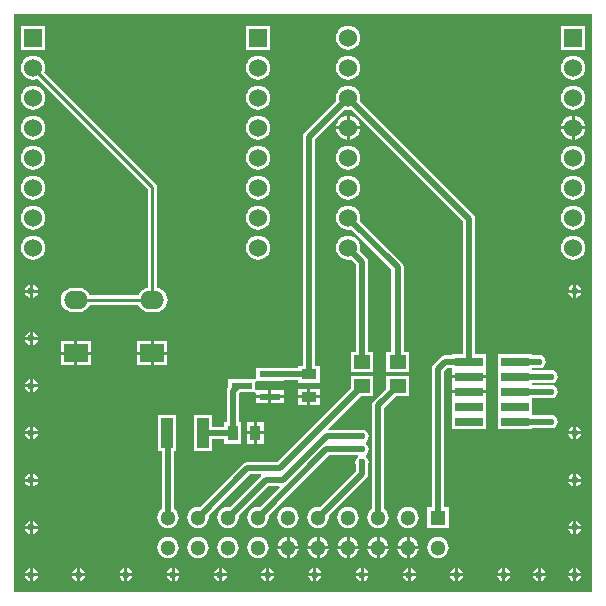
<source format=gtl>
G04 Layer_Physical_Order=1*
G04 Layer_Color=25308*
%FSLAX25Y25*%
%MOIN*%
G70*
G01*
G75*
%ADD10R,0.09449X0.02992*%
%ADD11R,0.05512X0.04724*%
%ADD12R,0.03543X0.05118*%
%ADD13R,0.07087X0.02362*%
%ADD14R,0.03937X0.09843*%
%ADD15R,0.05118X0.03543*%
%ADD16C,0.01969*%
%ADD17C,0.01000*%
%ADD18C,0.06000*%
%ADD19R,0.06000X0.06000*%
%ADD20O,0.08000X0.06000*%
%ADD21R,0.08000X0.06000*%
%ADD22C,0.05118*%
%ADD23R,0.05118X0.05118*%
%ADD24C,0.02362*%
G36*
X352107Y317184D02*
X159704D01*
Y509587D01*
X352107D01*
Y317184D01*
D02*
G37*
%LPC*%
G36*
X264429Y331311D02*
X261405D01*
Y328287D01*
X261835Y328344D01*
X262700Y328702D01*
X263444Y329273D01*
X264014Y330016D01*
X264373Y330882D01*
X264429Y331311D01*
D02*
G37*
G36*
X270406D02*
X267382D01*
X267438Y330882D01*
X267797Y330016D01*
X268367Y329273D01*
X269111Y328702D01*
X269976Y328344D01*
X270406Y328287D01*
Y331311D01*
D02*
G37*
G36*
X260405D02*
X257382D01*
X257438Y330882D01*
X257797Y330016D01*
X258367Y329273D01*
X259111Y328702D01*
X259976Y328344D01*
X260405Y328287D01*
Y331311D01*
D02*
G37*
G36*
X250406D02*
X247382D01*
X247438Y330882D01*
X247797Y330016D01*
X248367Y329273D01*
X249111Y328702D01*
X249976Y328344D01*
X250406Y328287D01*
Y331311D01*
D02*
G37*
G36*
X254429D02*
X251406D01*
Y328287D01*
X251835Y328344D01*
X252700Y328702D01*
X253444Y329273D01*
X254014Y330016D01*
X254373Y330882D01*
X254429Y331311D01*
D02*
G37*
G36*
X274429D02*
X271406D01*
Y328287D01*
X271835Y328344D01*
X272700Y328702D01*
X273444Y329273D01*
X274014Y330016D01*
X274373Y330882D01*
X274429Y331311D01*
D02*
G37*
G36*
X294429D02*
X291406D01*
Y328287D01*
X291835Y328344D01*
X292700Y328702D01*
X293444Y329273D01*
X294014Y330016D01*
X294373Y330882D01*
X294429Y331311D01*
D02*
G37*
G36*
X250406Y335335D02*
X249976Y335279D01*
X249111Y334920D01*
X248367Y334349D01*
X247797Y333606D01*
X247438Y332740D01*
X247382Y332311D01*
X250406D01*
Y335335D01*
D02*
G37*
G36*
X290406Y331311D02*
X287382D01*
X287438Y330882D01*
X287797Y330016D01*
X288367Y329273D01*
X289111Y328702D01*
X289976Y328344D01*
X290406Y328287D01*
Y331311D01*
D02*
G37*
G36*
X280405D02*
X277382D01*
X277438Y330882D01*
X277797Y330016D01*
X278367Y329273D01*
X279111Y328702D01*
X279976Y328344D01*
X280405Y328287D01*
Y331311D01*
D02*
G37*
G36*
X284429D02*
X281405D01*
Y328287D01*
X281835Y328344D01*
X282700Y328702D01*
X283444Y329273D01*
X284014Y330016D01*
X284373Y330882D01*
X284429Y331311D01*
D02*
G37*
G36*
X335146Y324959D02*
Y323335D01*
X336770D01*
X336700Y323686D01*
X336218Y324407D01*
X335497Y324889D01*
X335146Y324959D01*
D02*
G37*
G36*
X345957D02*
X345606Y324889D01*
X344884Y324407D01*
X344402Y323686D01*
X344332Y323335D01*
X345957D01*
Y324959D01*
D02*
G37*
G36*
X334146D02*
X333795Y324889D01*
X333073Y324407D01*
X332591Y323686D01*
X332521Y323335D01*
X334146D01*
Y324959D01*
D02*
G37*
G36*
X322335D02*
X321984Y324889D01*
X321262Y324407D01*
X320780Y323686D01*
X320710Y323335D01*
X322335D01*
Y324959D01*
D02*
G37*
G36*
X323335D02*
Y323335D01*
X324959D01*
X324889Y323686D01*
X324407Y324407D01*
X323686Y324889D01*
X323335Y324959D01*
D02*
G37*
G36*
X346957D02*
Y323335D01*
X348581D01*
X348511Y323686D01*
X348029Y324407D01*
X347308Y324889D01*
X346957Y324959D01*
D02*
G37*
G36*
X240905Y335401D02*
X239976Y335279D01*
X239111Y334920D01*
X238367Y334349D01*
X237797Y333606D01*
X237438Y332740D01*
X237316Y331811D01*
X237438Y330882D01*
X237797Y330016D01*
X238367Y329273D01*
X239111Y328702D01*
X239976Y328344D01*
X240905Y328221D01*
X241835Y328344D01*
X242700Y328702D01*
X243444Y329273D01*
X244014Y330016D01*
X244373Y330882D01*
X244495Y331811D01*
X244373Y332740D01*
X244014Y333606D01*
X243444Y334349D01*
X242700Y334920D01*
X241835Y335279D01*
X240905Y335401D01*
D02*
G37*
G36*
X300905D02*
X299976Y335279D01*
X299111Y334920D01*
X298367Y334349D01*
X297797Y333606D01*
X297438Y332740D01*
X297316Y331811D01*
X297438Y330882D01*
X297797Y330016D01*
X298367Y329273D01*
X299111Y328702D01*
X299976Y328344D01*
X300905Y328221D01*
X301835Y328344D01*
X302700Y328702D01*
X303444Y329273D01*
X304014Y330016D01*
X304373Y330882D01*
X304495Y331811D01*
X304373Y332740D01*
X304014Y333606D01*
X303444Y334349D01*
X302700Y334920D01*
X301835Y335279D01*
X300905Y335401D01*
D02*
G37*
G36*
X230906D02*
X229976Y335279D01*
X229111Y334920D01*
X228367Y334349D01*
X227797Y333606D01*
X227438Y332740D01*
X227316Y331811D01*
X227438Y330882D01*
X227797Y330016D01*
X228367Y329273D01*
X229111Y328702D01*
X229976Y328344D01*
X230906Y328221D01*
X231835Y328344D01*
X232700Y328702D01*
X233444Y329273D01*
X234014Y330016D01*
X234373Y330882D01*
X234495Y331811D01*
X234373Y332740D01*
X234014Y333606D01*
X233444Y334349D01*
X232700Y334920D01*
X231835Y335279D01*
X230906Y335401D01*
D02*
G37*
G36*
X210906D02*
X209976Y335279D01*
X209111Y334920D01*
X208367Y334349D01*
X207797Y333606D01*
X207438Y332740D01*
X207316Y331811D01*
X207438Y330882D01*
X207797Y330016D01*
X208367Y329273D01*
X209111Y328702D01*
X209976Y328344D01*
X210906Y328221D01*
X211835Y328344D01*
X212700Y328702D01*
X213444Y329273D01*
X214014Y330016D01*
X214373Y330882D01*
X214495Y331811D01*
X214373Y332740D01*
X214014Y333606D01*
X213444Y334349D01*
X212700Y334920D01*
X211835Y335279D01*
X210906Y335401D01*
D02*
G37*
G36*
X220905D02*
X219976Y335279D01*
X219111Y334920D01*
X218367Y334349D01*
X217797Y333606D01*
X217438Y332740D01*
X217316Y331811D01*
X217438Y330882D01*
X217797Y330016D01*
X218367Y329273D01*
X219111Y328702D01*
X219976Y328344D01*
X220905Y328221D01*
X221835Y328344D01*
X222700Y328702D01*
X223444Y329273D01*
X224014Y330016D01*
X224373Y330882D01*
X224495Y331811D01*
X224373Y332740D01*
X224014Y333606D01*
X223444Y334349D01*
X222700Y334920D01*
X221835Y335279D01*
X220905Y335401D01*
D02*
G37*
G36*
X251406Y335335D02*
Y332311D01*
X254429D01*
X254373Y332740D01*
X254014Y333606D01*
X253444Y334349D01*
X252700Y334920D01*
X251835Y335279D01*
X251406Y335335D01*
D02*
G37*
G36*
X270905Y345401D02*
X269976Y345279D01*
X269111Y344920D01*
X268367Y344349D01*
X267797Y343606D01*
X267438Y342740D01*
X267316Y341811D01*
X267438Y340882D01*
X267797Y340016D01*
X268367Y339273D01*
X269111Y338702D01*
X269976Y338344D01*
X270905Y338221D01*
X271835Y338344D01*
X272700Y338702D01*
X273444Y339273D01*
X274014Y340016D01*
X274373Y340882D01*
X274495Y341811D01*
X274373Y342740D01*
X274014Y343606D01*
X273444Y344349D01*
X272700Y344920D01*
X271835Y345279D01*
X270905Y345401D01*
D02*
G37*
G36*
X291158Y389090D02*
X283646D01*
Y384834D01*
X279475Y380663D01*
X279036Y380007D01*
X278882Y379232D01*
Y344745D01*
X278367Y344349D01*
X277797Y343606D01*
X277438Y342740D01*
X277316Y341811D01*
X277438Y340882D01*
X277797Y340016D01*
X278367Y339273D01*
X279111Y338702D01*
X279976Y338344D01*
X280906Y338221D01*
X281835Y338344D01*
X282700Y338702D01*
X283444Y339273D01*
X284014Y340016D01*
X284373Y340882D01*
X284495Y341811D01*
X284373Y342740D01*
X284014Y343606D01*
X283444Y344349D01*
X282929Y344745D01*
Y378394D01*
X286900Y382366D01*
X291158D01*
Y389090D01*
D02*
G37*
G36*
X250905Y345401D02*
X249976Y345279D01*
X249111Y344920D01*
X248367Y344349D01*
X247797Y343606D01*
X247438Y342740D01*
X247316Y341811D01*
X247438Y340882D01*
X247797Y340016D01*
X248367Y339273D01*
X249111Y338702D01*
X249976Y338344D01*
X250905Y338221D01*
X251835Y338344D01*
X252700Y338702D01*
X253444Y339273D01*
X254014Y340016D01*
X254373Y340882D01*
X254495Y341811D01*
X254373Y342740D01*
X254014Y343606D01*
X253444Y344349D01*
X252700Y344920D01*
X251835Y345279D01*
X250905Y345401D01*
D02*
G37*
G36*
X348581Y338083D02*
X346957D01*
Y336458D01*
X347308Y336528D01*
X348029Y337010D01*
X348511Y337732D01*
X348581Y338083D01*
D02*
G37*
G36*
X213598Y376000D02*
X207661D01*
Y364158D01*
X208882D01*
Y344745D01*
X208367Y344349D01*
X207797Y343606D01*
X207438Y342740D01*
X207316Y341811D01*
X207438Y340882D01*
X207797Y340016D01*
X208367Y339273D01*
X209111Y338702D01*
X209976Y338344D01*
X210906Y338221D01*
X211835Y338344D01*
X212700Y338702D01*
X213444Y339273D01*
X214014Y340016D01*
X214373Y340882D01*
X214495Y341811D01*
X214373Y342740D01*
X214014Y343606D01*
X213444Y344349D01*
X212929Y344745D01*
Y364158D01*
X213598D01*
Y376000D01*
D02*
G37*
G36*
X290905Y345401D02*
X289976Y345279D01*
X289111Y344920D01*
X288367Y344349D01*
X287797Y343606D01*
X287438Y342740D01*
X287316Y341811D01*
X287438Y340882D01*
X287797Y340016D01*
X288367Y339273D01*
X289111Y338702D01*
X289976Y338344D01*
X290905Y338221D01*
X291835Y338344D01*
X292700Y338702D01*
X293444Y339273D01*
X294014Y340016D01*
X294373Y340882D01*
X294495Y341811D01*
X294373Y342740D01*
X294014Y343606D01*
X293444Y344349D01*
X292700Y344920D01*
X291835Y345279D01*
X290905Y345401D01*
D02*
G37*
G36*
X346957Y340707D02*
Y339083D01*
X348581D01*
X348511Y339434D01*
X348029Y340155D01*
X347308Y340637D01*
X346957Y340707D01*
D02*
G37*
G36*
X279346Y389090D02*
X271835D01*
Y384834D01*
X247292Y360291D01*
X237362D01*
X236588Y360137D01*
X235932Y359698D01*
X221549Y345316D01*
X220905Y345401D01*
X219976Y345279D01*
X219111Y344920D01*
X218367Y344349D01*
X217797Y343606D01*
X217438Y342740D01*
X217316Y341811D01*
X217438Y340882D01*
X217797Y340016D01*
X218367Y339273D01*
X219111Y338702D01*
X219976Y338344D01*
X220905Y338221D01*
X221835Y338344D01*
X222700Y338702D01*
X223444Y339273D01*
X224014Y340016D01*
X224373Y340882D01*
X224495Y341811D01*
X224411Y342455D01*
X238200Y356244D01*
X241818D01*
X241974Y355816D01*
X241978Y355745D01*
X231549Y345316D01*
X230906Y345401D01*
X229976Y345279D01*
X229111Y344920D01*
X228367Y344349D01*
X227797Y343606D01*
X227438Y342740D01*
X227316Y341811D01*
X227438Y340882D01*
X227797Y340016D01*
X228367Y339273D01*
X229111Y338702D01*
X229976Y338344D01*
X230906Y338221D01*
X231835Y338344D01*
X232700Y338702D01*
X233444Y339273D01*
X234014Y340016D01*
X234373Y340882D01*
X234495Y341811D01*
X234411Y342455D01*
X244263Y352308D01*
X247888D01*
X248079Y351846D01*
X241549Y345316D01*
X240905Y345401D01*
X239976Y345279D01*
X239111Y344920D01*
X238367Y344349D01*
X237797Y343606D01*
X237438Y342740D01*
X237316Y341811D01*
X237438Y340882D01*
X237797Y340016D01*
X238367Y339273D01*
X239111Y338702D01*
X239976Y338344D01*
X240905Y338221D01*
X241835Y338344D01*
X242700Y338702D01*
X243444Y339273D01*
X244014Y340016D01*
X244373Y340882D01*
X244495Y341811D01*
X244410Y342455D01*
X264499Y362544D01*
X274218D01*
X274370Y362044D01*
X274018Y361809D01*
X273536Y361087D01*
X273367Y360236D01*
X273536Y359385D01*
X273567Y359338D01*
Y357334D01*
X261549Y345316D01*
X260906Y345401D01*
X259976Y345279D01*
X259111Y344920D01*
X258367Y344349D01*
X257797Y343606D01*
X257438Y342740D01*
X257316Y341811D01*
X257438Y340882D01*
X257797Y340016D01*
X258367Y339273D01*
X259111Y338702D01*
X259976Y338344D01*
X260906Y338221D01*
X261835Y338344D01*
X262700Y338702D01*
X263444Y339273D01*
X264014Y340016D01*
X264373Y340882D01*
X264495Y341811D01*
X264410Y342455D01*
X277021Y355065D01*
X277460Y355722D01*
X277614Y356496D01*
Y359338D01*
X277645Y359385D01*
X277814Y360236D01*
X277645Y361087D01*
X277163Y361809D01*
X276726Y362101D01*
Y362702D01*
X277163Y362994D01*
X277645Y363716D01*
X277814Y364567D01*
X277645Y365418D01*
X277163Y366139D01*
X276726Y366432D01*
Y367033D01*
X277163Y367325D01*
X277645Y368047D01*
X277814Y368898D01*
X277645Y369749D01*
X277163Y370470D01*
X276442Y370952D01*
X275590Y371121D01*
X274740Y370952D01*
X274692Y370921D01*
X264351D01*
X264144Y371421D01*
X275090Y382366D01*
X279346D01*
Y389090D01*
D02*
G37*
G36*
X345957Y340707D02*
X345606Y340637D01*
X344884Y340155D01*
X344402Y339434D01*
X344332Y339083D01*
X345957D01*
Y340707D01*
D02*
G37*
G36*
X164854D02*
X164503Y340637D01*
X163782Y340155D01*
X163300Y339434D01*
X163230Y339083D01*
X164854D01*
Y340707D01*
D02*
G37*
G36*
X165854D02*
Y339083D01*
X167479D01*
X167409Y339434D01*
X166927Y340155D01*
X166205Y340637D01*
X165854Y340707D01*
D02*
G37*
G36*
X271406Y335335D02*
Y332311D01*
X274429D01*
X274373Y332740D01*
X274014Y333606D01*
X273444Y334349D01*
X272700Y334920D01*
X271835Y335279D01*
X271406Y335335D01*
D02*
G37*
G36*
X280405D02*
X279976Y335279D01*
X279111Y334920D01*
X278367Y334349D01*
X277797Y333606D01*
X277438Y332740D01*
X277382Y332311D01*
X280405D01*
Y335335D01*
D02*
G37*
G36*
X270406D02*
X269976Y335279D01*
X269111Y334920D01*
X268367Y334349D01*
X267797Y333606D01*
X267438Y332740D01*
X267382Y332311D01*
X270406D01*
Y335335D01*
D02*
G37*
G36*
X260405D02*
X259976Y335279D01*
X259111Y334920D01*
X258367Y334349D01*
X257797Y333606D01*
X257438Y332740D01*
X257382Y332311D01*
X260405D01*
Y335335D01*
D02*
G37*
G36*
X261405D02*
Y332311D01*
X264429D01*
X264373Y332740D01*
X264014Y333606D01*
X263444Y334349D01*
X262700Y334920D01*
X261835Y335279D01*
X261405Y335335D01*
D02*
G37*
G36*
X281405D02*
Y332311D01*
X284429D01*
X284373Y332740D01*
X284014Y333606D01*
X283444Y334349D01*
X282700Y334920D01*
X281835Y335279D01*
X281405Y335335D01*
D02*
G37*
G36*
X167479Y338083D02*
X165854D01*
Y336458D01*
X166205Y336528D01*
X166927Y337010D01*
X167409Y337732D01*
X167479Y338083D01*
D02*
G37*
G36*
X345957D02*
X344332D01*
X344402Y337732D01*
X344884Y337010D01*
X345606Y336528D01*
X345957Y336458D01*
Y338083D01*
D02*
G37*
G36*
X164854D02*
X163230D01*
X163300Y337732D01*
X163782Y337010D01*
X164503Y336528D01*
X164854Y336458D01*
Y338083D01*
D02*
G37*
G36*
X290406Y335335D02*
X289976Y335279D01*
X289111Y334920D01*
X288367Y334349D01*
X287797Y333606D01*
X287438Y332740D01*
X287382Y332311D01*
X290406D01*
Y335335D01*
D02*
G37*
G36*
X291406D02*
Y332311D01*
X294429D01*
X294373Y332740D01*
X294014Y333606D01*
X293444Y334349D01*
X292700Y334920D01*
X291835Y335279D01*
X291406Y335335D01*
D02*
G37*
G36*
X307587Y324959D02*
Y323335D01*
X309211D01*
X309141Y323686D01*
X308659Y324407D01*
X307938Y324889D01*
X307587Y324959D01*
D02*
G37*
G36*
X275091Y322335D02*
X273466D01*
X273536Y321984D01*
X274018Y321262D01*
X274740Y320780D01*
X275091Y320710D01*
Y322335D01*
D02*
G37*
G36*
X277715D02*
X276091D01*
Y320710D01*
X276442Y320780D01*
X277163Y321262D01*
X277645Y321984D01*
X277715Y322335D01*
D02*
G37*
G36*
X261967D02*
X260343D01*
Y320710D01*
X260694Y320780D01*
X261415Y321262D01*
X261897Y321984D01*
X261967Y322335D01*
D02*
G37*
G36*
X246219D02*
X244594D01*
Y320710D01*
X244945Y320780D01*
X245667Y321262D01*
X246149Y321984D01*
X246219Y322335D01*
D02*
G37*
G36*
X259343D02*
X257718D01*
X257788Y321984D01*
X258270Y321262D01*
X258991Y320780D01*
X259343Y320710D01*
Y322335D01*
D02*
G37*
G36*
X290839D02*
X289214D01*
X289284Y321984D01*
X289766Y321262D01*
X290488Y320780D01*
X290839Y320710D01*
Y322335D01*
D02*
G37*
G36*
X322335D02*
X320710D01*
X320780Y321984D01*
X321262Y321262D01*
X321984Y320780D01*
X322335Y320710D01*
Y322335D01*
D02*
G37*
G36*
X324959D02*
X323335D01*
Y320710D01*
X323686Y320780D01*
X324407Y321262D01*
X324889Y321984D01*
X324959Y322335D01*
D02*
G37*
G36*
X309211D02*
X307587D01*
Y320710D01*
X307938Y320780D01*
X308659Y321262D01*
X309141Y321984D01*
X309211Y322335D01*
D02*
G37*
G36*
X293463D02*
X291839D01*
Y320710D01*
X292190Y320780D01*
X292911Y321262D01*
X293393Y321984D01*
X293463Y322335D01*
D02*
G37*
G36*
X306587D02*
X304962D01*
X305032Y321984D01*
X305514Y321262D01*
X306236Y320780D01*
X306587Y320710D01*
Y322335D01*
D02*
G37*
G36*
X183227D02*
X181602D01*
Y320710D01*
X181953Y320780D01*
X182675Y321262D01*
X183157Y321984D01*
X183227Y322335D01*
D02*
G37*
G36*
X196350D02*
X194726D01*
X194796Y321984D01*
X195278Y321262D01*
X195999Y320780D01*
X196350Y320710D01*
Y322335D01*
D02*
G37*
G36*
X180602D02*
X178978D01*
X179048Y321984D01*
X179530Y321262D01*
X180251Y320780D01*
X180602Y320710D01*
Y322335D01*
D02*
G37*
G36*
X164854D02*
X163230D01*
X163300Y321984D01*
X163782Y321262D01*
X164503Y320780D01*
X164854Y320710D01*
Y322335D01*
D02*
G37*
G36*
X167479D02*
X165854D01*
Y320710D01*
X166205Y320780D01*
X166927Y321262D01*
X167409Y321984D01*
X167479Y322335D01*
D02*
G37*
G36*
X198975D02*
X197350D01*
Y320710D01*
X197701Y320780D01*
X198423Y321262D01*
X198905Y321984D01*
X198975Y322335D01*
D02*
G37*
G36*
X230471D02*
X228846D01*
Y320710D01*
X229197Y320780D01*
X229919Y321262D01*
X230401Y321984D01*
X230471Y322335D01*
D02*
G37*
G36*
X243594D02*
X241970D01*
X242040Y321984D01*
X242522Y321262D01*
X243243Y320780D01*
X243594Y320710D01*
Y322335D01*
D02*
G37*
G36*
X227846D02*
X226222D01*
X226292Y321984D01*
X226774Y321262D01*
X227495Y320780D01*
X227846Y320710D01*
Y322335D01*
D02*
G37*
G36*
X212098D02*
X210474D01*
X210544Y321984D01*
X211026Y321262D01*
X211747Y320780D01*
X212098Y320710D01*
Y322335D01*
D02*
G37*
G36*
X214723D02*
X213098D01*
Y320710D01*
X213449Y320780D01*
X214171Y321262D01*
X214653Y321984D01*
X214723Y322335D01*
D02*
G37*
G36*
X334146D02*
X332521D01*
X332591Y321984D01*
X333073Y321262D01*
X333795Y320780D01*
X334146Y320710D01*
Y322335D01*
D02*
G37*
G36*
X244594Y324959D02*
Y323335D01*
X246219D01*
X246149Y323686D01*
X245667Y324407D01*
X244945Y324889D01*
X244594Y324959D01*
D02*
G37*
G36*
X259343D02*
X258991Y324889D01*
X258270Y324407D01*
X257788Y323686D01*
X257718Y323335D01*
X259343D01*
Y324959D01*
D02*
G37*
G36*
X243594D02*
X243243Y324889D01*
X242522Y324407D01*
X242040Y323686D01*
X241970Y323335D01*
X243594D01*
Y324959D01*
D02*
G37*
G36*
X227846D02*
X227495Y324889D01*
X226774Y324407D01*
X226292Y323686D01*
X226222Y323335D01*
X227846D01*
Y324959D01*
D02*
G37*
G36*
X228846D02*
Y323335D01*
X230471D01*
X230401Y323686D01*
X229919Y324407D01*
X229197Y324889D01*
X228846Y324959D01*
D02*
G37*
G36*
X260343D02*
Y323335D01*
X261967D01*
X261897Y323686D01*
X261415Y324407D01*
X260694Y324889D01*
X260343Y324959D01*
D02*
G37*
G36*
X291839D02*
Y323335D01*
X293463D01*
X293393Y323686D01*
X292911Y324407D01*
X292190Y324889D01*
X291839Y324959D01*
D02*
G37*
G36*
X306587D02*
X306236Y324889D01*
X305514Y324407D01*
X305032Y323686D01*
X304962Y323335D01*
X306587D01*
Y324959D01*
D02*
G37*
G36*
X290839D02*
X290488Y324889D01*
X289766Y324407D01*
X289284Y323686D01*
X289214Y323335D01*
X290839D01*
Y324959D01*
D02*
G37*
G36*
X275091D02*
X274740Y324889D01*
X274018Y324407D01*
X273536Y323686D01*
X273466Y323335D01*
X275091D01*
Y324959D01*
D02*
G37*
G36*
X276091D02*
Y323335D01*
X277715D01*
X277645Y323686D01*
X277163Y324407D01*
X276442Y324889D01*
X276091Y324959D01*
D02*
G37*
G36*
X164854D02*
X164503Y324889D01*
X163782Y324407D01*
X163300Y323686D01*
X163230Y323335D01*
X164854D01*
Y324959D01*
D02*
G37*
G36*
X165854D02*
Y323335D01*
X167479D01*
X167409Y323686D01*
X166927Y324407D01*
X166205Y324889D01*
X165854Y324959D01*
D02*
G37*
G36*
X348581Y322335D02*
X346957D01*
Y320710D01*
X347308Y320780D01*
X348029Y321262D01*
X348511Y321984D01*
X348581Y322335D01*
D02*
G37*
G36*
X336770D02*
X335146D01*
Y320710D01*
X335497Y320780D01*
X336218Y321262D01*
X336700Y321984D01*
X336770Y322335D01*
D02*
G37*
G36*
X345957D02*
X344332D01*
X344402Y321984D01*
X344884Y321262D01*
X345606Y320780D01*
X345957Y320710D01*
Y322335D01*
D02*
G37*
G36*
X180602Y324959D02*
X180251Y324889D01*
X179530Y324407D01*
X179048Y323686D01*
X178978Y323335D01*
X180602D01*
Y324959D01*
D02*
G37*
G36*
X212098D02*
X211747Y324889D01*
X211026Y324407D01*
X210544Y323686D01*
X210474Y323335D01*
X212098D01*
Y324959D01*
D02*
G37*
G36*
X213098D02*
Y323335D01*
X214723D01*
X214653Y323686D01*
X214171Y324407D01*
X213449Y324889D01*
X213098Y324959D01*
D02*
G37*
G36*
X197350D02*
Y323335D01*
X198975D01*
X198905Y323686D01*
X198423Y324407D01*
X197701Y324889D01*
X197350Y324959D01*
D02*
G37*
G36*
X181602D02*
Y323335D01*
X183227D01*
X183157Y323686D01*
X182675Y324407D01*
X181953Y324889D01*
X181602Y324959D01*
D02*
G37*
G36*
X196350D02*
X195999Y324889D01*
X195278Y324407D01*
X194796Y323686D01*
X194726Y323335D01*
X196350D01*
Y324959D01*
D02*
G37*
G36*
X165905Y445846D02*
X164861Y445708D01*
X163888Y445305D01*
X163053Y444664D01*
X162411Y443828D01*
X162009Y442855D01*
X161871Y441811D01*
X162009Y440767D01*
X162411Y439794D01*
X163053Y438958D01*
X163888Y438317D01*
X164861Y437914D01*
X165905Y437777D01*
X166950Y437914D01*
X167923Y438317D01*
X168758Y438958D01*
X169399Y439794D01*
X169803Y440767D01*
X169940Y441811D01*
X169803Y442855D01*
X169399Y443828D01*
X168758Y444664D01*
X167923Y445305D01*
X166950Y445708D01*
X165905Y445846D01*
D02*
G37*
G36*
X240905D02*
X239861Y445708D01*
X238888Y445305D01*
X238053Y444664D01*
X237411Y443828D01*
X237009Y442855D01*
X236871Y441811D01*
X237009Y440767D01*
X237411Y439794D01*
X238053Y438958D01*
X238888Y438317D01*
X239861Y437914D01*
X240905Y437777D01*
X241950Y437914D01*
X242923Y438317D01*
X243758Y438958D01*
X244399Y439794D01*
X244803Y440767D01*
X244940Y441811D01*
X244803Y442855D01*
X244399Y443828D01*
X243758Y444664D01*
X242923Y445305D01*
X241950Y445708D01*
X240905Y445846D01*
D02*
G37*
G36*
X345905Y435846D02*
X344861Y435708D01*
X343888Y435305D01*
X343053Y434664D01*
X342411Y433828D01*
X342008Y432855D01*
X341871Y431811D01*
X342008Y430767D01*
X342411Y429794D01*
X343053Y428958D01*
X343888Y428317D01*
X344861Y427914D01*
X345905Y427777D01*
X346950Y427914D01*
X347923Y428317D01*
X348758Y428958D01*
X349399Y429794D01*
X349803Y430767D01*
X349940Y431811D01*
X349803Y432855D01*
X349399Y433828D01*
X348758Y434664D01*
X347923Y435305D01*
X346950Y435708D01*
X345905Y435846D01*
D02*
G37*
G36*
X165905D02*
X164861Y435708D01*
X163888Y435305D01*
X163053Y434664D01*
X162411Y433828D01*
X162009Y432855D01*
X161871Y431811D01*
X162009Y430767D01*
X162411Y429794D01*
X163053Y428958D01*
X163888Y428317D01*
X164861Y427914D01*
X165905Y427777D01*
X166950Y427914D01*
X167923Y428317D01*
X168758Y428958D01*
X169399Y429794D01*
X169803Y430767D01*
X169940Y431811D01*
X169803Y432855D01*
X169399Y433828D01*
X168758Y434664D01*
X167923Y435305D01*
X166950Y435708D01*
X165905Y435846D01*
D02*
G37*
G36*
X240905D02*
X239861Y435708D01*
X238888Y435305D01*
X238053Y434664D01*
X237411Y433828D01*
X237009Y432855D01*
X236871Y431811D01*
X237009Y430767D01*
X237411Y429794D01*
X238053Y428958D01*
X238888Y428317D01*
X239861Y427914D01*
X240905Y427777D01*
X241950Y427914D01*
X242923Y428317D01*
X243758Y428958D01*
X244399Y429794D01*
X244803Y430767D01*
X244940Y431811D01*
X244803Y432855D01*
X244399Y433828D01*
X243758Y434664D01*
X242923Y435305D01*
X241950Y435708D01*
X240905Y435846D01*
D02*
G37*
G36*
X345905Y445846D02*
X344861Y445708D01*
X343888Y445305D01*
X343053Y444664D01*
X342411Y443828D01*
X342008Y442855D01*
X341871Y441811D01*
X342008Y440767D01*
X342411Y439794D01*
X343053Y438958D01*
X343888Y438317D01*
X344861Y437914D01*
X345905Y437777D01*
X346950Y437914D01*
X347923Y438317D01*
X348758Y438958D01*
X349399Y439794D01*
X349803Y440767D01*
X349940Y441811D01*
X349803Y442855D01*
X349399Y443828D01*
X348758Y444664D01*
X347923Y445305D01*
X346950Y445708D01*
X345905Y445846D01*
D02*
G37*
G36*
Y455846D02*
X344861Y455708D01*
X343888Y455305D01*
X343053Y454664D01*
X342411Y453828D01*
X342008Y452855D01*
X341871Y451811D01*
X342008Y450767D01*
X342411Y449794D01*
X343053Y448958D01*
X343888Y448317D01*
X344861Y447914D01*
X345905Y447777D01*
X346950Y447914D01*
X347923Y448317D01*
X348758Y448958D01*
X349399Y449794D01*
X349803Y450767D01*
X349940Y451811D01*
X349803Y452855D01*
X349399Y453828D01*
X348758Y454664D01*
X347923Y455305D01*
X346950Y455708D01*
X345905Y455846D01*
D02*
G37*
G36*
X165905Y465846D02*
X164861Y465708D01*
X163888Y465305D01*
X163053Y464664D01*
X162411Y463828D01*
X162009Y462855D01*
X161871Y461811D01*
X162009Y460767D01*
X162411Y459794D01*
X163053Y458958D01*
X163888Y458317D01*
X164861Y457914D01*
X165905Y457777D01*
X166950Y457914D01*
X167923Y458317D01*
X168758Y458958D01*
X169399Y459794D01*
X169803Y460767D01*
X169940Y461811D01*
X169803Y462855D01*
X169399Y463828D01*
X168758Y464664D01*
X167923Y465305D01*
X166950Y465708D01*
X165905Y465846D01*
D02*
G37*
G36*
X270905Y455846D02*
X269861Y455708D01*
X268888Y455305D01*
X268053Y454664D01*
X267411Y453828D01*
X267008Y452855D01*
X266871Y451811D01*
X267008Y450767D01*
X267411Y449794D01*
X268053Y448958D01*
X268888Y448317D01*
X269861Y447914D01*
X270905Y447777D01*
X271950Y447914D01*
X272923Y448317D01*
X273758Y448958D01*
X274399Y449794D01*
X274803Y450767D01*
X274940Y451811D01*
X274803Y452855D01*
X274399Y453828D01*
X273758Y454664D01*
X272923Y455305D01*
X271950Y455708D01*
X270905Y455846D01*
D02*
G37*
G36*
X165905D02*
X164861Y455708D01*
X163888Y455305D01*
X163053Y454664D01*
X162411Y453828D01*
X162009Y452855D01*
X161871Y451811D01*
X162009Y450767D01*
X162411Y449794D01*
X163053Y448958D01*
X163888Y448317D01*
X164861Y447914D01*
X165905Y447777D01*
X166950Y447914D01*
X167923Y448317D01*
X168758Y448958D01*
X169399Y449794D01*
X169803Y450767D01*
X169940Y451811D01*
X169803Y452855D01*
X169399Y453828D01*
X168758Y454664D01*
X167923Y455305D01*
X166950Y455708D01*
X165905Y455846D01*
D02*
G37*
G36*
X240905D02*
X239861Y455708D01*
X238888Y455305D01*
X238053Y454664D01*
X237411Y453828D01*
X237009Y452855D01*
X236871Y451811D01*
X237009Y450767D01*
X237411Y449794D01*
X238053Y448958D01*
X238888Y448317D01*
X239861Y447914D01*
X240905Y447777D01*
X241950Y447914D01*
X242923Y448317D01*
X243758Y448958D01*
X244399Y449794D01*
X244803Y450767D01*
X244940Y451811D01*
X244803Y452855D01*
X244399Y453828D01*
X243758Y454664D01*
X242923Y455305D01*
X241950Y455708D01*
X240905Y455846D01*
D02*
G37*
G36*
X346957Y419447D02*
Y417823D01*
X348581D01*
X348511Y418174D01*
X348029Y418895D01*
X347308Y419377D01*
X346957Y419447D01*
D02*
G37*
G36*
X164854Y416823D02*
X163230D01*
X163300Y416472D01*
X163782Y415750D01*
X164503Y415268D01*
X164854Y415198D01*
Y416823D01*
D02*
G37*
G36*
X167479D02*
X165854D01*
Y415198D01*
X166205Y415268D01*
X166927Y415750D01*
X167409Y416472D01*
X167479Y416823D01*
D02*
G37*
G36*
X165854Y403699D02*
Y402075D01*
X167479D01*
X167409Y402426D01*
X166927Y403147D01*
X166205Y403629D01*
X165854Y403699D01*
D02*
G37*
G36*
X167479Y401075D02*
X165854D01*
Y399450D01*
X166205Y399520D01*
X166927Y400002D01*
X167409Y400724D01*
X167479Y401075D01*
D02*
G37*
G36*
X164854Y403699D02*
X164503Y403629D01*
X163782Y403147D01*
X163300Y402426D01*
X163230Y402075D01*
X164854D01*
Y403699D01*
D02*
G37*
G36*
X345957Y416823D02*
X344332D01*
X344402Y416472D01*
X344884Y415750D01*
X345606Y415268D01*
X345957Y415198D01*
Y416823D01*
D02*
G37*
G36*
X165854Y419447D02*
Y417823D01*
X167479D01*
X167409Y418174D01*
X166927Y418895D01*
X166205Y419377D01*
X165854Y419447D01*
D02*
G37*
G36*
X345957D02*
X345606Y419377D01*
X344884Y418895D01*
X344402Y418174D01*
X344332Y417823D01*
X345957D01*
Y419447D01*
D02*
G37*
G36*
X164854D02*
X164503Y419377D01*
X163782Y418895D01*
X163300Y418174D01*
X163230Y417823D01*
X164854D01*
Y419447D01*
D02*
G37*
G36*
X348581Y416823D02*
X346957D01*
Y415198D01*
X347308Y415268D01*
X348029Y415750D01*
X348511Y416472D01*
X348581Y416823D01*
D02*
G37*
G36*
X165905Y495846D02*
X164861Y495708D01*
X163888Y495305D01*
X163053Y494664D01*
X162411Y493828D01*
X162009Y492855D01*
X161871Y491811D01*
X162009Y490767D01*
X162411Y489794D01*
X163053Y488958D01*
X163888Y488317D01*
X164861Y487914D01*
X165905Y487777D01*
X166950Y487914D01*
X167438Y488116D01*
X204179Y451374D01*
Y418335D01*
X203664Y418267D01*
X202691Y417864D01*
X201856Y417223D01*
X201215Y416387D01*
X201012Y415899D01*
X184814D01*
X184612Y416387D01*
X183971Y417223D01*
X183135Y417864D01*
X182162Y418267D01*
X181118Y418405D01*
X179118D01*
X178074Y418267D01*
X177101Y417864D01*
X176265Y417223D01*
X175624Y416387D01*
X175221Y415414D01*
X175083Y414370D01*
X175221Y413326D01*
X175624Y412353D01*
X176265Y411517D01*
X177101Y410876D01*
X178074Y410473D01*
X179118Y410335D01*
X181118D01*
X182162Y410473D01*
X183135Y410876D01*
X183971Y411517D01*
X184612Y412353D01*
X184814Y412841D01*
X201012D01*
X201215Y412353D01*
X201856Y411517D01*
X202691Y410876D01*
X203664Y410473D01*
X204709Y410335D01*
X206709D01*
X207753Y410473D01*
X208726Y410876D01*
X209561Y411517D01*
X210203Y412353D01*
X210606Y413326D01*
X210743Y414370D01*
X210606Y415414D01*
X210203Y416387D01*
X209561Y417223D01*
X208726Y417864D01*
X207753Y418267D01*
X207238Y418335D01*
Y452008D01*
X207122Y452593D01*
X206790Y453089D01*
X169600Y490279D01*
X169803Y490767D01*
X169940Y491811D01*
X169803Y492855D01*
X169399Y493828D01*
X168758Y494664D01*
X167923Y495305D01*
X166950Y495708D01*
X165905Y495846D01*
D02*
G37*
G36*
X345905Y485846D02*
X344861Y485708D01*
X343888Y485305D01*
X343053Y484664D01*
X342411Y483828D01*
X342008Y482855D01*
X341871Y481811D01*
X342008Y480767D01*
X342411Y479794D01*
X343053Y478958D01*
X343888Y478317D01*
X344861Y477914D01*
X345905Y477777D01*
X346950Y477914D01*
X347923Y478317D01*
X348758Y478958D01*
X349399Y479794D01*
X349803Y480767D01*
X349940Y481811D01*
X349803Y482855D01*
X349399Y483828D01*
X348758Y484664D01*
X347923Y485305D01*
X346950Y485708D01*
X345905Y485846D01*
D02*
G37*
G36*
X240905Y495846D02*
X239861Y495708D01*
X238888Y495305D01*
X238053Y494664D01*
X237411Y493828D01*
X237009Y492855D01*
X236871Y491811D01*
X237009Y490767D01*
X237411Y489794D01*
X238053Y488958D01*
X238888Y488317D01*
X239861Y487914D01*
X240905Y487777D01*
X241950Y487914D01*
X242923Y488317D01*
X243758Y488958D01*
X244399Y489794D01*
X244803Y490767D01*
X244940Y491811D01*
X244803Y492855D01*
X244399Y493828D01*
X243758Y494664D01*
X242923Y495305D01*
X241950Y495708D01*
X240905Y495846D01*
D02*
G37*
G36*
Y485846D02*
X239861Y485708D01*
X238888Y485305D01*
X238053Y484664D01*
X237411Y483828D01*
X237009Y482855D01*
X236871Y481811D01*
X237009Y480767D01*
X237411Y479794D01*
X238053Y478958D01*
X238888Y478317D01*
X239861Y477914D01*
X240905Y477777D01*
X241950Y477914D01*
X242923Y478317D01*
X243758Y478958D01*
X244399Y479794D01*
X244803Y480767D01*
X244940Y481811D01*
X244803Y482855D01*
X244399Y483828D01*
X243758Y484664D01*
X242923Y485305D01*
X241950Y485708D01*
X240905Y485846D01*
D02*
G37*
G36*
X346406Y475780D02*
Y472311D01*
X349874D01*
X349803Y472855D01*
X349399Y473828D01*
X348758Y474664D01*
X347923Y475305D01*
X346950Y475708D01*
X346406Y475780D01*
D02*
G37*
G36*
X165905Y485846D02*
X164861Y485708D01*
X163888Y485305D01*
X163053Y484664D01*
X162411Y483828D01*
X162009Y482855D01*
X161871Y481811D01*
X162009Y480767D01*
X162411Y479794D01*
X163053Y478958D01*
X163888Y478317D01*
X164861Y477914D01*
X165905Y477777D01*
X166950Y477914D01*
X167923Y478317D01*
X168758Y478958D01*
X169399Y479794D01*
X169803Y480767D01*
X169940Y481811D01*
X169803Y482855D01*
X169399Y483828D01*
X168758Y484664D01*
X167923Y485305D01*
X166950Y485708D01*
X165905Y485846D01*
D02*
G37*
G36*
X270905Y495846D02*
X269861Y495708D01*
X268888Y495305D01*
X268053Y494664D01*
X267411Y493828D01*
X267008Y492855D01*
X266871Y491811D01*
X267008Y490767D01*
X267411Y489794D01*
X268053Y488958D01*
X268888Y488317D01*
X269861Y487914D01*
X270905Y487777D01*
X271950Y487914D01*
X272923Y488317D01*
X273758Y488958D01*
X274399Y489794D01*
X274803Y490767D01*
X274940Y491811D01*
X274803Y492855D01*
X274399Y493828D01*
X273758Y494664D01*
X272923Y495305D01*
X271950Y495708D01*
X270905Y495846D01*
D02*
G37*
G36*
X244905Y505811D02*
X236906D01*
Y497811D01*
X244905D01*
Y505811D01*
D02*
G37*
G36*
X349905D02*
X341905D01*
Y497811D01*
X349905D01*
Y505811D01*
D02*
G37*
G36*
X169905D02*
X161906D01*
Y497811D01*
X169905D01*
Y505811D01*
D02*
G37*
G36*
X345905Y495846D02*
X344861Y495708D01*
X343888Y495305D01*
X343053Y494664D01*
X342411Y493828D01*
X342008Y492855D01*
X341871Y491811D01*
X342008Y490767D01*
X342411Y489794D01*
X343053Y488958D01*
X343888Y488317D01*
X344861Y487914D01*
X345905Y487777D01*
X346950Y487914D01*
X347923Y488317D01*
X348758Y488958D01*
X349399Y489794D01*
X349803Y490767D01*
X349940Y491811D01*
X349803Y492855D01*
X349399Y493828D01*
X348758Y494664D01*
X347923Y495305D01*
X346950Y495708D01*
X345905Y495846D01*
D02*
G37*
G36*
X270905Y505846D02*
X269861Y505708D01*
X268888Y505305D01*
X268053Y504664D01*
X267411Y503828D01*
X267008Y502855D01*
X266871Y501811D01*
X267008Y500767D01*
X267411Y499794D01*
X268053Y498958D01*
X268888Y498317D01*
X269861Y497914D01*
X270905Y497777D01*
X271950Y497914D01*
X272923Y498317D01*
X273758Y498958D01*
X274399Y499794D01*
X274803Y500767D01*
X274940Y501811D01*
X274803Y502855D01*
X274399Y503828D01*
X273758Y504664D01*
X272923Y505305D01*
X271950Y505708D01*
X270905Y505846D01*
D02*
G37*
G36*
X345406Y475780D02*
X344861Y475708D01*
X343888Y475305D01*
X343053Y474664D01*
X342411Y473828D01*
X342008Y472855D01*
X341937Y472311D01*
X345406D01*
Y475780D01*
D02*
G37*
G36*
X165905Y475846D02*
X164861Y475708D01*
X163888Y475305D01*
X163053Y474664D01*
X162411Y473828D01*
X162009Y472855D01*
X161871Y471811D01*
X162009Y470767D01*
X162411Y469794D01*
X163053Y468958D01*
X163888Y468317D01*
X164861Y467914D01*
X165905Y467777D01*
X166950Y467914D01*
X167923Y468317D01*
X168758Y468958D01*
X169399Y469794D01*
X169803Y470767D01*
X169940Y471811D01*
X169803Y472855D01*
X169399Y473828D01*
X168758Y474664D01*
X167923Y475305D01*
X166950Y475708D01*
X165905Y475846D01*
D02*
G37*
G36*
X240905D02*
X239861Y475708D01*
X238888Y475305D01*
X238053Y474664D01*
X237411Y473828D01*
X237009Y472855D01*
X236871Y471811D01*
X237009Y470767D01*
X237411Y469794D01*
X238053Y468958D01*
X238888Y468317D01*
X239861Y467914D01*
X240905Y467777D01*
X241950Y467914D01*
X242923Y468317D01*
X243758Y468958D01*
X244399Y469794D01*
X244803Y470767D01*
X244940Y471811D01*
X244803Y472855D01*
X244399Y473828D01*
X243758Y474664D01*
X242923Y475305D01*
X241950Y475708D01*
X240905Y475846D01*
D02*
G37*
G36*
X345905Y465846D02*
X344861Y465708D01*
X343888Y465305D01*
X343053Y464664D01*
X342411Y463828D01*
X342008Y462855D01*
X341871Y461811D01*
X342008Y460767D01*
X342411Y459794D01*
X343053Y458958D01*
X343888Y458317D01*
X344861Y457914D01*
X345905Y457777D01*
X346950Y457914D01*
X347923Y458317D01*
X348758Y458958D01*
X349399Y459794D01*
X349803Y460767D01*
X349940Y461811D01*
X349803Y462855D01*
X349399Y463828D01*
X348758Y464664D01*
X347923Y465305D01*
X346950Y465708D01*
X345905Y465846D01*
D02*
G37*
G36*
X240905D02*
X239861Y465708D01*
X238888Y465305D01*
X238053Y464664D01*
X237411Y463828D01*
X237009Y462855D01*
X236871Y461811D01*
X237009Y460767D01*
X237411Y459794D01*
X238053Y458958D01*
X238888Y458317D01*
X239861Y457914D01*
X240905Y457777D01*
X241950Y457914D01*
X242923Y458317D01*
X243758Y458958D01*
X244399Y459794D01*
X244803Y460767D01*
X244940Y461811D01*
X244803Y462855D01*
X244399Y463828D01*
X243758Y464664D01*
X242923Y465305D01*
X241950Y465708D01*
X240905Y465846D01*
D02*
G37*
G36*
X270905D02*
X269861Y465708D01*
X268888Y465305D01*
X268053Y464664D01*
X267411Y463828D01*
X267008Y462855D01*
X266871Y461811D01*
X267008Y460767D01*
X267411Y459794D01*
X268053Y458958D01*
X268888Y458317D01*
X269861Y457914D01*
X270905Y457777D01*
X271950Y457914D01*
X272923Y458317D01*
X273758Y458958D01*
X274399Y459794D01*
X274803Y460767D01*
X274940Y461811D01*
X274803Y462855D01*
X274399Y463828D01*
X273758Y464664D01*
X272923Y465305D01*
X271950Y465708D01*
X270905Y465846D01*
D02*
G37*
G36*
X270406Y471311D02*
X266937D01*
X267008Y470767D01*
X267411Y469794D01*
X268053Y468958D01*
X268888Y468317D01*
X269861Y467914D01*
X270406Y467842D01*
Y471311D01*
D02*
G37*
G36*
Y475780D02*
X269861Y475708D01*
X268888Y475305D01*
X268053Y474664D01*
X267411Y473828D01*
X267008Y472855D01*
X266937Y472311D01*
X270406D01*
Y475780D01*
D02*
G37*
G36*
X271406D02*
Y472311D01*
X274874D01*
X274803Y472855D01*
X274399Y473828D01*
X273758Y474664D01*
X272923Y475305D01*
X271950Y475708D01*
X271406Y475780D01*
D02*
G37*
G36*
X349874Y471311D02*
X346406D01*
Y467842D01*
X346950Y467914D01*
X347923Y468317D01*
X348758Y468958D01*
X349399Y469794D01*
X349803Y470767D01*
X349874Y471311D01*
D02*
G37*
G36*
X274874D02*
X271406D01*
Y467842D01*
X271950Y467914D01*
X272923Y468317D01*
X273758Y468958D01*
X274399Y469794D01*
X274803Y470767D01*
X274874Y471311D01*
D02*
G37*
G36*
X345406D02*
X341937D01*
X342008Y470767D01*
X342411Y469794D01*
X343053Y468958D01*
X343888Y468317D01*
X344861Y467914D01*
X345406Y467842D01*
Y471311D01*
D02*
G37*
G36*
X165854Y372203D02*
Y370579D01*
X167479D01*
X167409Y370930D01*
X166927Y371651D01*
X166205Y372133D01*
X165854Y372203D01*
D02*
G37*
G36*
X345957D02*
X345606Y372133D01*
X344884Y371651D01*
X344402Y370930D01*
X344332Y370579D01*
X345957D01*
Y372203D01*
D02*
G37*
G36*
X164854D02*
X164503Y372133D01*
X163782Y371651D01*
X163300Y370930D01*
X163230Y370579D01*
X164854D01*
Y372203D01*
D02*
G37*
G36*
X345957Y369579D02*
X344332D01*
X344402Y369228D01*
X344884Y368506D01*
X345606Y368024D01*
X345957Y367954D01*
Y369579D01*
D02*
G37*
G36*
X348581D02*
X346957D01*
Y367954D01*
X347308Y368024D01*
X348029Y368506D01*
X348511Y369228D01*
X348581Y369579D01*
D02*
G37*
G36*
X346957Y372203D02*
Y370579D01*
X348581D01*
X348511Y370930D01*
X348029Y371651D01*
X347308Y372133D01*
X346957Y372203D01*
D02*
G37*
G36*
X257374Y381587D02*
X254315D01*
Y379315D01*
X257374D01*
Y381587D01*
D02*
G37*
G36*
X261433D02*
X258374D01*
Y379315D01*
X261433D01*
Y381587D01*
D02*
G37*
G36*
X316945Y383358D02*
X305496D01*
Y381854D01*
X305496Y381362D01*
Y381358D01*
Y381354D01*
X305496Y380862D01*
Y376854D01*
X305496Y376362D01*
Y376358D01*
Y376354D01*
X305496Y375862D01*
Y371362D01*
X316945D01*
Y375862D01*
X316945Y376354D01*
Y376358D01*
Y376362D01*
X316945Y376854D01*
Y380862D01*
X316945Y381354D01*
Y381358D01*
Y381362D01*
X316945Y381854D01*
Y383358D01*
D02*
G37*
G36*
X239461Y373638D02*
X237189D01*
Y370579D01*
X239461D01*
Y373638D01*
D02*
G37*
G36*
X242732D02*
X240461D01*
Y370579D01*
X242732D01*
Y373638D01*
D02*
G37*
G36*
X167479Y369579D02*
X165854D01*
Y367954D01*
X166205Y368024D01*
X166927Y368506D01*
X167409Y369228D01*
X167479Y369579D01*
D02*
G37*
G36*
X348581Y353831D02*
X346957D01*
Y352206D01*
X347308Y352276D01*
X348029Y352758D01*
X348511Y353480D01*
X348581Y353831D01*
D02*
G37*
G36*
X164854Y356455D02*
X164503Y356385D01*
X163782Y355903D01*
X163300Y355182D01*
X163230Y354831D01*
X164854D01*
Y356455D01*
D02*
G37*
G36*
X345957Y353831D02*
X344332D01*
X344402Y353480D01*
X344884Y352758D01*
X345606Y352276D01*
X345957Y352206D01*
Y353831D01*
D02*
G37*
G36*
X164854D02*
X163230D01*
X163300Y353480D01*
X163782Y352758D01*
X164503Y352276D01*
X164854Y352206D01*
Y353831D01*
D02*
G37*
G36*
X167479D02*
X165854D01*
Y352206D01*
X166205Y352276D01*
X166927Y352758D01*
X167409Y353480D01*
X167479Y353831D01*
D02*
G37*
G36*
X165854Y356455D02*
Y354831D01*
X167479D01*
X167409Y355182D01*
X166927Y355903D01*
X166205Y356385D01*
X165854Y356455D01*
D02*
G37*
G36*
X242732Y369579D02*
X240461D01*
Y366520D01*
X242732D01*
Y369579D01*
D02*
G37*
G36*
X164854Y369579D02*
X163230D01*
X163300Y369228D01*
X163782Y368506D01*
X164503Y368024D01*
X164854Y367954D01*
Y369579D01*
D02*
G37*
G36*
X239461Y369579D02*
X237189D01*
Y366520D01*
X239461D01*
Y369579D01*
D02*
G37*
G36*
X345957Y356455D02*
X345606Y356385D01*
X344884Y355903D01*
X344402Y355182D01*
X344332Y354831D01*
X345957D01*
Y356455D01*
D02*
G37*
G36*
X346957D02*
Y354831D01*
X348581D01*
X348511Y355182D01*
X348029Y355903D01*
X347308Y356385D01*
X346957Y356455D01*
D02*
G37*
G36*
X185118Y396153D02*
X180618D01*
Y392653D01*
X185118D01*
Y396153D01*
D02*
G37*
G36*
X205209D02*
X200709D01*
Y392653D01*
X205209D01*
Y396153D01*
D02*
G37*
G36*
X179618D02*
X175118D01*
Y392653D01*
X179618D01*
Y396153D01*
D02*
G37*
G36*
X270905Y445846D02*
X269861Y445708D01*
X268888Y445305D01*
X268053Y444664D01*
X267411Y443828D01*
X267008Y442855D01*
X266871Y441811D01*
X267008Y440767D01*
X267411Y439794D01*
X268053Y438958D01*
X268888Y438317D01*
X269861Y437914D01*
X270905Y437777D01*
X271942Y437913D01*
X285379Y424477D01*
Y397161D01*
X283646D01*
Y390437D01*
X291158D01*
Y397161D01*
X289425D01*
Y425315D01*
X289271Y426089D01*
X288832Y426746D01*
X274803Y440774D01*
X274940Y441811D01*
X274803Y442855D01*
X274399Y443828D01*
X273758Y444664D01*
X272923Y445305D01*
X271950Y445708D01*
X270905Y445846D01*
D02*
G37*
G36*
X332299Y396354D02*
X320850D01*
Y391854D01*
X320850Y391362D01*
Y391358D01*
Y391354D01*
X320850Y390862D01*
Y386854D01*
X320850Y386362D01*
Y386358D01*
Y386354D01*
X320850Y385862D01*
Y381854D01*
X320850Y381362D01*
X320850Y380919D01*
Y380862D01*
Y376854D01*
Y376798D01*
X320850Y376354D01*
X320850Y375862D01*
Y371362D01*
X332299D01*
Y371835D01*
X337685D01*
X337732Y371804D01*
X338583Y371634D01*
X339434Y371804D01*
X340155Y372286D01*
X340637Y373007D01*
X340806Y373858D01*
X340637Y374709D01*
X340155Y375431D01*
X339434Y375913D01*
X338583Y376082D01*
X337732Y375913D01*
X337685Y375881D01*
X332346D01*
X332346Y375882D01*
X332299Y376362D01*
X332299Y376854D01*
Y380862D01*
X332299Y381354D01*
X332346Y381835D01*
X337685D01*
X337732Y381804D01*
X338583Y381634D01*
X339434Y381804D01*
X340155Y382286D01*
X340637Y383007D01*
X340806Y383858D01*
X340637Y384709D01*
X340155Y385431D01*
X339434Y385913D01*
X338583Y386082D01*
X337732Y385913D01*
X337685Y385881D01*
X332346D01*
X332346Y385881D01*
X332299Y386358D01*
X332346Y386835D01*
X337685D01*
X337732Y386804D01*
X338583Y386634D01*
X339434Y386804D01*
X340155Y387286D01*
X340637Y388007D01*
X340806Y388858D01*
X340637Y389709D01*
X340155Y390431D01*
X339434Y390913D01*
X338583Y391082D01*
X337732Y390913D01*
X337685Y390881D01*
X332346D01*
X332346Y390881D01*
X332299Y391358D01*
X332346Y391835D01*
X333748D01*
X333795Y391804D01*
X334646Y391634D01*
X335497Y391804D01*
X336218Y392286D01*
X336700Y393007D01*
X336869Y393858D01*
X336700Y394709D01*
X336218Y395431D01*
X335497Y395913D01*
X334646Y396082D01*
X333795Y395913D01*
X333748Y395881D01*
X332299D01*
Y396354D01*
D02*
G37*
G36*
X210709Y396153D02*
X206209D01*
Y392653D01*
X210709D01*
Y396153D01*
D02*
G37*
G36*
Y400654D02*
X206209D01*
Y397153D01*
X210709D01*
Y400654D01*
D02*
G37*
G36*
X164854Y401075D02*
X163230D01*
X163300Y400724D01*
X163782Y400002D01*
X164503Y399520D01*
X164854Y399450D01*
Y401075D01*
D02*
G37*
G36*
X205209Y400654D02*
X200709D01*
Y397153D01*
X205209D01*
Y400654D01*
D02*
G37*
G36*
X179618D02*
X175118D01*
Y397153D01*
X179618D01*
Y400654D01*
D02*
G37*
G36*
X185118D02*
X180618D01*
Y397153D01*
X185118D01*
Y400654D01*
D02*
G37*
G36*
X270905Y435846D02*
X269861Y435708D01*
X268888Y435305D01*
X268053Y434664D01*
X267411Y433828D01*
X267008Y432855D01*
X266871Y431811D01*
X267008Y430767D01*
X267411Y429794D01*
X268053Y428958D01*
X268888Y428317D01*
X269861Y427914D01*
X270905Y427777D01*
X271942Y427913D01*
X273567Y426288D01*
Y397161D01*
X271835D01*
Y390437D01*
X279346D01*
Y397161D01*
X277614D01*
Y427126D01*
X277460Y427900D01*
X277021Y428557D01*
X274803Y430774D01*
X274940Y431811D01*
X274803Y432855D01*
X274399Y433828D01*
X273758Y434664D01*
X272923Y435305D01*
X271950Y435708D01*
X270905Y435846D01*
D02*
G37*
G36*
X257374Y384858D02*
X254315D01*
Y382587D01*
X257374D01*
Y384858D01*
D02*
G37*
G36*
X261433D02*
X258374D01*
Y382587D01*
X261433D01*
Y384858D01*
D02*
G37*
G36*
X245382Y384268D02*
Y382587D01*
X249425D01*
Y384268D01*
X245382D01*
D02*
G37*
G36*
X244382Y381587D02*
X240338D01*
Y379906D01*
X244382D01*
Y381587D01*
D02*
G37*
G36*
X249425D02*
X245382D01*
Y379906D01*
X249425D01*
Y381587D01*
D02*
G37*
G36*
X164854Y385327D02*
X163230D01*
X163300Y384976D01*
X163782Y384254D01*
X164503Y383772D01*
X164854Y383702D01*
Y385327D01*
D02*
G37*
G36*
X165854Y387951D02*
Y386327D01*
X167479D01*
X167409Y386678D01*
X166927Y387399D01*
X166205Y387881D01*
X165854Y387951D01*
D02*
G37*
G36*
X270905Y485846D02*
X269861Y485708D01*
X268888Y485305D01*
X268053Y484664D01*
X267411Y483828D01*
X267008Y482855D01*
X266871Y481811D01*
X267007Y480774D01*
X256443Y470210D01*
X256005Y469554D01*
X255851Y468780D01*
Y392338D01*
X254315D01*
Y391590D01*
X249425D01*
Y391748D01*
X240338D01*
Y388340D01*
X239976Y388008D01*
X239839Y388008D01*
X230890D01*
Y385246D01*
X230611Y384829D01*
X230457Y384055D01*
Y373638D01*
X229709D01*
Y372102D01*
X225409D01*
Y376000D01*
X219472D01*
Y364158D01*
X225409D01*
Y368056D01*
X229709D01*
Y366520D01*
X235252D01*
Y373638D01*
X234503D01*
Y383217D01*
X234932Y383646D01*
X239839D01*
X239976Y383646D01*
X240338Y383313D01*
X240338Y383313D01*
Y382587D01*
X244382D01*
Y384268D01*
X240476D01*
X240338Y384268D01*
X239976Y384600D01*
Y387053D01*
X239977Y387053D01*
X240338Y387386D01*
X240476Y387386D01*
X249425D01*
Y387544D01*
X254315D01*
Y386795D01*
X261433D01*
Y392338D01*
X259897D01*
Y467942D01*
X269869Y477913D01*
X270905Y477777D01*
X271942Y477913D01*
X309197Y440658D01*
Y396354D01*
X305496D01*
Y395881D01*
X303307D01*
X302533Y395727D01*
X301876Y395289D01*
X299475Y392887D01*
X299036Y392231D01*
X298882Y391457D01*
Y345370D01*
X297346D01*
Y338252D01*
X304465D01*
Y345370D01*
X302929D01*
Y390619D01*
X304145Y391835D01*
X305450D01*
X305496Y391354D01*
X305496Y390862D01*
Y389358D01*
X316945D01*
Y390862D01*
X316945Y391354D01*
Y391358D01*
Y391362D01*
X316945Y391854D01*
Y396354D01*
X313244D01*
Y441496D01*
X313089Y442270D01*
X312651Y442927D01*
X274803Y480774D01*
X274940Y481811D01*
X274803Y482855D01*
X274399Y483828D01*
X273758Y484664D01*
X272923Y485305D01*
X271950Y485708D01*
X270905Y485846D01*
D02*
G37*
G36*
X164854Y387951D02*
X164503Y387881D01*
X163782Y387399D01*
X163300Y386678D01*
X163230Y386327D01*
X164854D01*
Y387951D01*
D02*
G37*
G36*
X167479Y385327D02*
X165854D01*
Y383702D01*
X166205Y383772D01*
X166927Y384254D01*
X167409Y384976D01*
X167479Y385327D01*
D02*
G37*
G36*
X316945Y388358D02*
X305496D01*
Y386854D01*
X305496Y386362D01*
Y386358D01*
Y386354D01*
X305496Y385862D01*
Y384358D01*
X316945D01*
Y385862D01*
X316945Y386354D01*
Y386358D01*
Y386362D01*
X316945Y386854D01*
Y388358D01*
D02*
G37*
%LPD*%
D10*
X326575Y383858D02*
D03*
X311220D02*
D03*
Y378858D02*
D03*
X326575D02*
D03*
X311220Y373858D02*
D03*
X326575D02*
D03*
X311220Y388858D02*
D03*
X326575D02*
D03*
X311220Y393858D02*
D03*
X326575D02*
D03*
D11*
X287402Y385728D02*
D03*
Y393799D02*
D03*
X275590Y385728D02*
D03*
Y393799D02*
D03*
D12*
X239961Y370079D02*
D03*
X232480D02*
D03*
X239961D02*
D03*
X232480D02*
D03*
D13*
X235433Y385827D02*
D03*
X244882Y389567D02*
D03*
Y382087D02*
D03*
D14*
X210630Y370079D02*
D03*
X222441D02*
D03*
D15*
X257874Y382087D02*
D03*
Y389567D02*
D03*
Y382087D02*
D03*
Y389567D02*
D03*
D16*
X240905Y341811D02*
X263661Y364567D01*
X275590D01*
X249227Y354331D02*
X263794Y368898D01*
X275590D01*
X257874Y468780D02*
X270905Y481811D01*
X257874Y389567D02*
Y468780D01*
X244291Y389567D02*
X255906D01*
X244291Y389567D02*
X244291Y389567D01*
X330512Y388858D02*
X338583D01*
X270905Y481811D02*
X311220Y441496D01*
Y393858D02*
Y441496D01*
X303307Y393858D02*
X311220D01*
X300905Y391457D02*
X303307Y393858D01*
X300905Y341811D02*
Y391457D01*
X243425Y354331D02*
X249227D01*
X230906Y341811D02*
X243425Y354331D01*
X275590Y356496D02*
Y360236D01*
X260906Y341811D02*
X275590Y356496D01*
X330512Y393858D02*
X334646D01*
X330512Y383858D02*
X338583D01*
X330512Y373858D02*
X338583D01*
X220905Y341811D02*
X237362Y358268D01*
X248130D01*
X275590Y385728D01*
X280906Y379232D02*
X287402Y385728D01*
X280906Y341811D02*
Y379232D01*
X270905Y441811D02*
X287402Y425315D01*
Y393799D02*
Y425315D01*
X270905Y431811D02*
X275590Y427126D01*
Y393799D02*
Y427126D01*
X234252Y385827D02*
X236024D01*
X232480Y384055D02*
X234252Y385827D01*
X232480Y370079D02*
Y384055D01*
X222441Y370079D02*
X232480D01*
X210906Y341811D02*
Y369803D01*
D17*
X180118Y414370D02*
X205709D01*
Y452008D01*
X165905Y491811D02*
X205709Y452008D01*
X210630Y370079D02*
X210906Y369803D01*
D18*
X270905Y441811D02*
D03*
Y501811D02*
D03*
X240905Y431811D02*
D03*
Y491811D02*
D03*
X270905D02*
D03*
Y481811D02*
D03*
X240905D02*
D03*
Y471811D02*
D03*
X270905D02*
D03*
Y461811D02*
D03*
X240905D02*
D03*
Y451811D02*
D03*
X270905D02*
D03*
Y431811D02*
D03*
X240905Y441811D02*
D03*
X345905Y431811D02*
D03*
Y441811D02*
D03*
Y451811D02*
D03*
Y461811D02*
D03*
Y471811D02*
D03*
Y481811D02*
D03*
Y491811D02*
D03*
X165905Y431811D02*
D03*
Y441811D02*
D03*
Y451811D02*
D03*
Y461811D02*
D03*
Y471811D02*
D03*
Y481811D02*
D03*
Y491811D02*
D03*
D19*
X240905Y501811D02*
D03*
X345905D02*
D03*
X165905D02*
D03*
D20*
X180118Y414370D02*
D03*
X205709D02*
D03*
D21*
X180118Y396654D02*
D03*
X205709D02*
D03*
D22*
X240905Y331811D02*
D03*
Y341811D02*
D03*
X230906D02*
D03*
Y331811D02*
D03*
X220905D02*
D03*
Y341811D02*
D03*
X210906D02*
D03*
Y331811D02*
D03*
X250905Y341811D02*
D03*
Y331811D02*
D03*
X260906D02*
D03*
Y341811D02*
D03*
X270905D02*
D03*
Y331811D02*
D03*
X280906D02*
D03*
Y341811D02*
D03*
X290905D02*
D03*
Y331811D02*
D03*
X300905D02*
D03*
D23*
Y341811D02*
D03*
D24*
X346457Y417323D02*
D03*
Y370079D02*
D03*
Y354331D02*
D03*
Y338583D02*
D03*
Y322835D02*
D03*
X334646D02*
D03*
X322835D02*
D03*
X307087D02*
D03*
X291338D02*
D03*
X275590D02*
D03*
X259842D02*
D03*
X244094D02*
D03*
X228346D02*
D03*
X212598D02*
D03*
X196850D02*
D03*
X165354Y417323D02*
D03*
Y401575D02*
D03*
Y385827D02*
D03*
Y370079D02*
D03*
Y354331D02*
D03*
Y338583D02*
D03*
X181102Y322835D02*
D03*
X165354D02*
D03*
X338583Y388858D02*
D03*
X275590Y368898D02*
D03*
Y364567D02*
D03*
Y360236D02*
D03*
X338583Y373858D02*
D03*
Y383858D02*
D03*
X334646Y393858D02*
D03*
M02*

</source>
